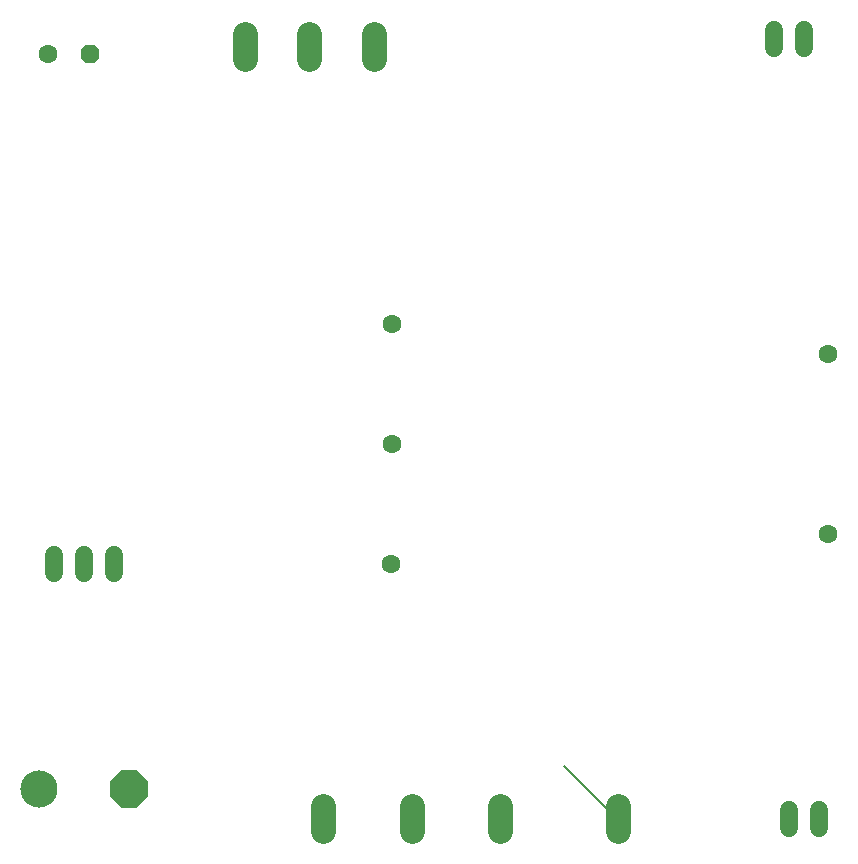
<source format=gbr>
G04 EAGLE Gerber RS-274X export*
G75*
%MOMM*%
%FSLAX34Y34*%
%LPD*%
%INTop Copper*%
%IPPOS*%
%AMOC8*
5,1,8,0,0,1.08239X$1,22.5*%
G01*
%ADD10C,2.095500*%
%ADD11P,3.409096X8X22.500000*%
%ADD12C,3.149600*%
%ADD13P,1.732040X8X22.500000*%
%ADD14C,1.600200*%
%ADD15C,1.524000*%
%ADD16C,1.600000*%
%ADD17C,1.508000*%
%ADD18C,0.152400*%


D10*
X782700Y86678D02*
X782700Y65723D01*
X682624Y65723D02*
X682624Y86678D01*
X607694Y86678D02*
X607694Y65723D01*
X532764Y65723D02*
X532764Y86678D01*
D11*
X368300Y101600D03*
D12*
X292100Y101600D03*
D13*
X335280Y723900D03*
D14*
X299720Y723900D03*
D15*
X304800Y299720D02*
X304800Y284480D01*
X330200Y284480D02*
X330200Y299720D01*
X355600Y299720D02*
X355600Y284480D01*
D10*
X466090Y719773D02*
X466090Y740728D01*
X520700Y740728D02*
X520700Y719773D01*
X575310Y719773D02*
X575310Y740728D01*
D16*
X960150Y317500D03*
X960150Y469900D03*
X589750Y292100D03*
X590550Y495300D03*
X590550Y393700D03*
D17*
X927100Y83740D02*
X927100Y68660D01*
X952500Y68660D02*
X952500Y83740D01*
X914400Y729060D02*
X914400Y744140D01*
X939800Y744140D02*
X939800Y729060D01*
D18*
X958850Y317500D02*
X960150Y317500D01*
X736600Y120650D02*
X781050Y76200D01*
X782700Y76200D01*
M02*

</source>
